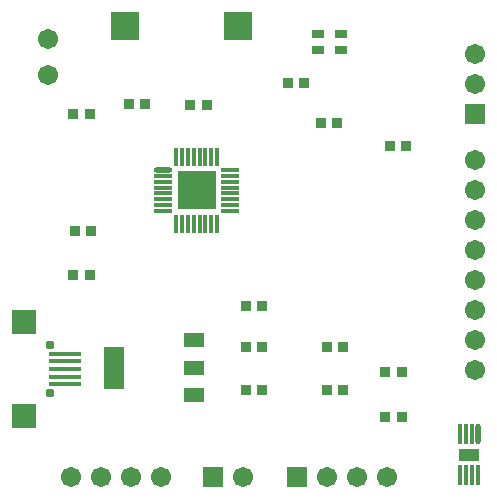
<source format=gts>
G04*
G04 #@! TF.GenerationSoftware,Altium Limited,Altium Designer,18.1.7 (191)*
G04*
G04 Layer_Color=8388736*
%FSLAX43Y43*%
%MOMM*%
G71*
G01*
G75*
%ADD32R,1.753X1.303*%
%ADD33R,1.753X3.653*%
%ADD34R,2.403X2.403*%
%ADD35R,1.053X0.803*%
%ADD36R,0.453X1.553*%
%ADD37R,1.553X0.453*%
%ADD38O,1.553X0.453*%
%ADD39R,2.103X2.103*%
%ADD40R,2.703X0.453*%
%ADD41R,0.965X0.965*%
%ADD42R,0.453X1.703*%
%ADD43O,0.453X1.703*%
%ADD44R,1.803X1.103*%
%ADD45R,3.203X3.203*%
%ADD46C,1.703*%
%ADD47R,1.703X1.703*%
%ADD48R,1.703X1.703*%
%ADD49C,0.783*%
%ADD50C,1.103*%
D32*
X16583Y15254D02*
D03*
Y12954D02*
D03*
Y10654D02*
D03*
D33*
X9833Y12954D02*
D03*
D34*
X10694Y41910D02*
D03*
X20294D02*
D03*
D35*
X27117Y41163D02*
D03*
Y39863D02*
D03*
X29017D02*
D03*
Y41163D02*
D03*
D36*
X15045Y30769D02*
D03*
X15545D02*
D03*
X16045D02*
D03*
X16545D02*
D03*
X17045D02*
D03*
X17545D02*
D03*
X18045D02*
D03*
X18545D02*
D03*
Y25119D02*
D03*
X18045D02*
D03*
X17545D02*
D03*
X17045D02*
D03*
X16545D02*
D03*
X16045D02*
D03*
X15545D02*
D03*
X15045D02*
D03*
D37*
X19620Y29694D02*
D03*
Y29194D02*
D03*
Y28694D02*
D03*
Y28194D02*
D03*
Y27694D02*
D03*
Y27194D02*
D03*
Y26694D02*
D03*
Y26194D02*
D03*
X13970D02*
D03*
Y26694D02*
D03*
Y27194D02*
D03*
Y27694D02*
D03*
Y28194D02*
D03*
Y28694D02*
D03*
Y29194D02*
D03*
D38*
Y29694D02*
D03*
D39*
X2207Y8877D02*
D03*
Y16777D02*
D03*
D40*
X5667Y11527D02*
D03*
Y12177D02*
D03*
Y12827D02*
D03*
Y13477D02*
D03*
Y14127D02*
D03*
D41*
X29210Y14732D02*
D03*
X27813D02*
D03*
X27849Y11049D02*
D03*
X29224D02*
D03*
X22352D02*
D03*
X20955D02*
D03*
X22352Y14732D02*
D03*
X20955D02*
D03*
X32766Y8763D02*
D03*
X34163D02*
D03*
X32766Y12573D02*
D03*
X34163D02*
D03*
X33147Y31750D02*
D03*
X34544D02*
D03*
X20955Y18161D02*
D03*
X22352D02*
D03*
X11049Y35306D02*
D03*
X12446D02*
D03*
X16256Y35179D02*
D03*
X17653D02*
D03*
X6477Y24511D02*
D03*
X7874D02*
D03*
X7747Y20828D02*
D03*
X6350D02*
D03*
X7747Y34417D02*
D03*
X6350D02*
D03*
X28702Y33655D02*
D03*
X27305D02*
D03*
X24511Y37084D02*
D03*
X25908D02*
D03*
D42*
X39128Y3863D02*
D03*
X39628D02*
D03*
X40128D02*
D03*
X40628D02*
D03*
X40128Y7313D02*
D03*
X39628D02*
D03*
X39128D02*
D03*
D43*
X40628D02*
D03*
D44*
X39878Y5588D02*
D03*
D45*
X16795Y27944D02*
D03*
D46*
X4191Y37719D02*
D03*
Y40767D02*
D03*
X32893Y3683D02*
D03*
X30353D02*
D03*
X27813D02*
D03*
X20728D02*
D03*
X40386Y36957D02*
D03*
Y39497D02*
D03*
Y30484D02*
D03*
Y27944D02*
D03*
Y25404D02*
D03*
Y22864D02*
D03*
Y20324D02*
D03*
Y17784D02*
D03*
Y15244D02*
D03*
Y12704D02*
D03*
X13743Y3683D02*
D03*
X11203D02*
D03*
X8663D02*
D03*
X6123D02*
D03*
D47*
X25273D02*
D03*
X18188D02*
D03*
D48*
X40386Y34417D02*
D03*
D49*
X4367Y10827D02*
D03*
Y14827D02*
D03*
D50*
X17399Y28571D02*
D03*
X16129Y27301D02*
D03*
Y28571D02*
D03*
X17399Y27305D02*
D03*
M02*

</source>
